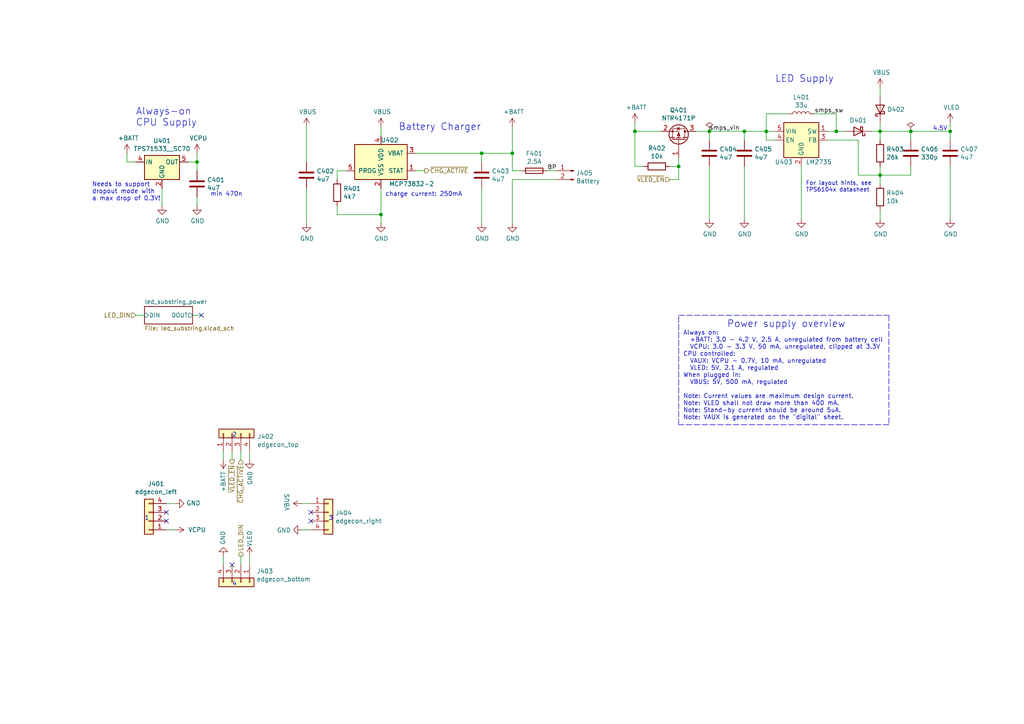
<source format=kicad_sch>
(kicad_sch (version 20211123) (generator eeschema)
  (paper "A4")
  (title_block (title "Leddie") (date "2021-03-06") (rev "01") (company "Markus Koch - notsyncing.net") (comment 1 "Licensed under CC BY-SA 3.0") (comment 2 "https://l.notsyncing.net/leddie") (comment 4 "Power supply and battery management"))
  (lib_symbols
    (symbol "Battery_Management:MCP73831-2-OT" (pin_names (offset 1.016))
      (property "Reference" "U" (at -7.62 6.35 0))
      (property "Value" "MCP73831-2-OT" (at 1.27 6.35 0))
      (symbol "MCP73831-2-OT_0_1"
        (rectangle (start -7.62 5.08) (end 7.62 -5.08) (stroke (width 0.254)) (fill (type background)))
      )
      (symbol "MCP73831-2-OT_1_1"
        (pin output line (at 10.16 -2.54 180) (length 2.54) (name "STAT") (number "1"))
        (pin power_in line (at 0 -7.62 90) (length 2.54) (name "VSS") (number "2"))
        (pin power_out line (at 10.16 2.54 180) (length 2.54) (name "VBAT") (number "3"))
        (pin power_in line (at 0 7.62 270) (length 2.54) (name "VDD") (number "4"))
        (pin input line (at -10.16 -2.54 0) (length 2.54) (name "PROG") (number "5"))
      )
    )
    (symbol "Connector:Conn_01x02_Male" (pin_names (offset 1.016) hide)
      (property "Reference" "J" (at 0 2.54 0))
      (property "Value" "Conn_01x02_Male" (at 0 -5.08 0))
      (symbol "Conn_01x02_Male_1_1"
        (polyline (pts (xy 1.27 -2.54) (xy 0.8636 -2.54)) (stroke (width 0.1524)))
        (polyline (pts (xy 1.27 0) (xy 0.8636 0)) (stroke (width 0.1524)))
        (rectangle (start 0.8636 -2.413) (end 0 -2.667) (stroke (width 0.1524)) (fill (type outline)))
        (rectangle (start 0.8636 0.127) (end 0 -0.127) (stroke (width 0.1524)) (fill (type outline)))
        (pin passive line (at 5.08 0 180) (length 3.81) (name "Pin_1") (number "1"))
        (pin passive line (at 5.08 -2.54 180) (length 3.81) (name "Pin_2") (number "2"))
      )
    )
    (symbol "Connector_Generic:Conn_01x04" (pin_names (offset 1.016) hide)
      (property "Reference" "J" (at 0 5.08 0))
      (property "Value" "Conn_01x04" (at 0 -7.62 0))
      (symbol "Conn_01x04_1_1"
        (rectangle (start -1.27 -4.953) (end 0 -5.207) (stroke (width 0.1524)))
        (rectangle (start -1.27 -2.413) (end 0 -2.667) (stroke (width 0.1524)))
        (rectangle (start -1.27 0.127) (end 0 -0.127) (stroke (width 0.1524)))
        (rectangle (start -1.27 2.667) (end 0 2.413) (stroke (width 0.1524)))
        (rectangle (start -1.27 3.81) (end 1.27 -6.35) (stroke (width 0.254)) (fill (type background)))
        (pin passive line (at -5.08 2.54 0) (length 3.81) (name "Pin_1") (number "1"))
        (pin passive line (at -5.08 0 0) (length 3.81) (name "Pin_2") (number "2"))
        (pin passive line (at -5.08 -2.54 0) (length 3.81) (name "Pin_3") (number "3"))
        (pin passive line (at -5.08 -5.08 0) (length 3.81) (name "Pin_4") (number "4"))
      )
    )
    (symbol "Device:C" (pin_numbers hide) (pin_names (offset 0.254))
      (property "Reference" "C" (at 0.635 2.54 0))
      (property "Value" "C" (at 0.635 -2.54 0))
      (symbol "C_0_1"
        (polyline (pts (xy -2.032 -0.762) (xy 2.032 -0.762)) (stroke (width 0.508)))
        (polyline (pts (xy -2.032 0.762) (xy 2.032 0.762)) (stroke (width 0.508)))
      )
      (symbol "C_1_1"
        (pin passive line (at 0 3.81 270) (length 2.794) (name "~") (number "1"))
        (pin passive line (at 0 -3.81 90) (length 2.794) (name "~") (number "2"))
      )
    )
    (symbol "Device:D_Schottky" (pin_numbers hide) (pin_names (offset 1.016) hide)
      (property "Reference" "D" (at 0 2.54 0))
      (property "Value" "D_Schottky" (at 0 -2.54 0))
      (symbol "D_Schottky_0_1"
        (polyline (pts (xy 1.27 0) (xy -1.27 0)))
        (polyline (pts (xy 1.27 1.27) (xy 1.27 -1.27) (xy -1.27 0) (xy 1.27 1.27)) (stroke (width 0.254)))
        (polyline (pts (xy -1.905 0.635) (xy -1.905 1.27) (xy -1.27 1.27) (xy -1.27 -1.27) (xy -0.635 -1.27) (xy -0.635 -0.635)) (stroke (width 0.254)))
      )
      (symbol "D_Schottky_1_1"
        (pin passive line (at -3.81 0 0) (length 2.54) (name "K") (number "1"))
        (pin passive line (at 3.81 0 180) (length 2.54) (name "A") (number "2"))
      )
    )
    (symbol "Device:Fuse" (pin_numbers hide) (pin_names (offset 0))
      (property "Reference" "F" (at 2.032 0 90))
      (property "Value" "Fuse" (at -1.905 0 90))
      (symbol "Fuse_0_1"
        (rectangle (start -0.762 -2.54) (end 0.762 2.54) (stroke (width 0.254)))
        (polyline (pts (xy 0 2.54) (xy 0 -2.54)))
      )
      (symbol "Fuse_1_1"
        (pin passive line (at 0 3.81 270) (length 1.27) (name "~") (number "1"))
        (pin passive line (at 0 -3.81 90) (length 1.27) (name "~") (number "2"))
      )
    )
    (symbol "Device:L" (pin_numbers hide) (pin_names (offset 1.016) hide)
      (property "Reference" "L" (at -1.27 0 90))
      (property "Value" "L" (at 1.905 0 90))
      (symbol "L_0_1"
        (arc (start 0 -2.54) (mid 0.635 -1.905) (end 0 -1.27))
        (arc (start 0 -1.27) (mid 0.635 -0.635) (end 0 0))
        (arc (start 0 0) (mid 0.635 0.635) (end 0 1.27))
        (arc (start 0 1.27) (mid 0.635 1.905) (end 0 2.54))
      )
      (symbol "L_1_1"
        (pin passive line (at 0 3.81 270) (length 1.27) (name "1") (number "1"))
        (pin passive line (at 0 -3.81 90) (length 1.27) (name "2") (number "2"))
      )
    )
    (symbol "Device:Q_PMOS_GSD" (pin_names (offset 0) hide)
      (property "Reference" "Q" (at 5.08 1.27 0))
      (property "Value" "Q_PMOS_GSD" (at 5.08 -1.27 0))
      (symbol "Q_PMOS_GSD_0_1"
        (polyline (pts (xy 0.254 0) (xy -2.54 0)))
        (polyline (pts (xy 0.254 1.905) (xy 0.254 -1.905)) (stroke (width 0.254)))
        (polyline (pts (xy 0.762 -1.27) (xy 0.762 -2.286)) (stroke (width 0.254)))
        (polyline (pts (xy 0.762 0.508) (xy 0.762 -0.508)) (stroke (width 0.254)))
        (polyline (pts (xy 0.762 2.286) (xy 0.762 1.27)) (stroke (width 0.254)))
        (polyline (pts (xy 2.54 2.54) (xy 2.54 1.778)))
        (polyline (pts (xy 2.54 -2.54) (xy 2.54 0) (xy 0.762 0)))
        (polyline (pts (xy 0.762 1.778) (xy 3.302 1.778) (xy 3.302 -1.778) (xy 0.762 -1.778)))
        (polyline (pts (xy 2.286 0) (xy 1.27 0.381) (xy 1.27 -0.381) (xy 2.286 0)) (fill (type outline)))
        (polyline (pts (xy 2.794 -0.508) (xy 2.921 -0.381) (xy 3.683 -0.381) (xy 3.81 -0.254)))
        (polyline (pts (xy 3.302 -0.381) (xy 2.921 0.254) (xy 3.683 0.254) (xy 3.302 -0.381)))
        (circle (center 1.651 0) (radius 2.794) (stroke (width 0.254)))
        (circle (center 2.54 -1.778) (radius 0.254) (fill (type outline)))
        (circle (center 2.54 1.778) (radius 0.254) (fill (type outline)))
      )
      (symbol "Q_PMOS_GSD_1_1"
        (pin input line (at -5.08 0 0) (length 2.54) (name "G") (number "1"))
        (pin passive line (at 2.54 -5.08 90) (length 2.54) (name "S") (number "2"))
        (pin passive line (at 2.54 5.08 270) (length 2.54) (name "D") (number "3"))
      )
    )
    (symbol "Device:R" (pin_numbers hide) (pin_names (offset 0))
      (property "Reference" "R" (at 2.032 0 90))
      (property "Value" "R" (at 0 0 90))
      (symbol "R_0_1"
        (rectangle (start -1.016 -2.54) (end 1.016 2.54) (stroke (width 0.254)))
      )
      (symbol "R_1_1"
        (pin passive line (at 0 3.81 270) (length 1.27) (name "~") (number "1"))
        (pin passive line (at 0 -3.81 90) (length 1.27) (name "~") (number "2"))
      )
    )
    (symbol "Regulator_Linear:TPS71533__SC70" (pin_names (offset 0.254))
      (property "Reference" "U" (at -3.81 3.175 0))
      (property "Value" "TPS71533__SC70" (at 0 3.175 0))
      (symbol "TPS71533__SC70_0_1"
        (rectangle (start -5.08 1.905) (end 5.08 -5.08) (stroke (width 0.254)) (fill (type background)))
      )
      (symbol "TPS71533__SC70_1_1"
        (pin no_connect line (at 7.62 -2.54 180) (length 2.54) hide (name "NC") (number "1"))
        (pin power_in line (at 0 -7.62 90) (length 2.54) (name "GND") (number "2"))
        (pin no_connect line (at -7.62 -2.54 0) (length 2.54) hide (name "NC") (number "3"))
        (pin power_in line (at -7.62 0 0) (length 2.54) (name "IN") (number "4"))
        (pin power_out line (at 7.62 0 180) (length 2.54) (name "OUT") (number "5"))
      )
    )
    (symbol "Regulator_Switching:TPS61040DBV"
      (property "Reference" "U" (at -5.08 6.35 0))
      (property "Value" "TPS61040DBV" (at 0 6.35 0))
      (symbol "TPS61040DBV_0_1"
        (rectangle (start -5.08 5.08) (end 5.08 -5.08) (stroke (width 0.254)) (fill (type background)))
      )
      (symbol "TPS61040DBV_1_1"
        (pin power_out line (at 7.62 2.54 180) (length 2.54) (name "SW") (number "1"))
        (pin power_in line (at 0 -7.62 90) (length 2.54) (name "GND") (number "2"))
        (pin input line (at 7.62 0 180) (length 2.54) (name "FB") (number "3"))
        (pin input line (at -7.62 0 0) (length 2.54) (name "EN") (number "4"))
        (pin power_in line (at -7.62 2.54 0) (length 2.54) (name "VIN") (number "5"))
      )
    )
    (symbol "leddie_parts:VCPU" (power) (pin_names (offset 0))
      (property "Value" "VCPU" (at 0 3.81 0))
      (symbol "VCPU_0_1"
        (polyline (pts (xy -0.762 1.27) (xy 0 2.54)))
        (polyline (pts (xy 0 0) (xy 0 2.54)))
        (polyline (pts (xy 0 2.54) (xy 0.762 1.27)))
      )
      (symbol "VCPU_1_1"
        (pin power_in line (at 0 0 90) (length 0) hide (name "VCPU") (number "1"))
      )
    )
    (symbol "leddie_parts:VLED" (power) (pin_names (offset 0))
      (property "Value" "VLED" (at 0 3.81 0))
      (symbol "VLED_0_1"
        (polyline (pts (xy -0.762 1.27) (xy 0 2.54)))
        (polyline (pts (xy 0 0) (xy 0 2.54)))
        (polyline (pts (xy 0 2.54) (xy 0.762 1.27)))
      )
      (symbol "VLED_1_1"
        (pin power_in line (at 0 0 90) (length 0) hide (name "VLED") (number "1"))
      )
    )
    (symbol "power:+BATT" (power) (pin_names (offset 0))
      (property "Value" "+BATT" (at 0 3.556 0))
      (symbol "+BATT_0_1"
        (polyline (pts (xy -0.762 1.27) (xy 0 2.54)))
        (polyline (pts (xy 0 0) (xy 0 2.54)))
        (polyline (pts (xy 0 2.54) (xy 0.762 1.27)))
      )
      (symbol "+BATT_1_1"
        (pin power_in line (at 0 0 90) (length 0) hide (name "+BATT") (number "1"))
      )
    )
    (symbol "power:GND" (power) (pin_names (offset 0))
      (property "Value" "GND" (at 0 -3.81 0))
      (symbol "GND_0_1"
        (polyline (pts (xy 0 0) (xy 0 -1.27) (xy 1.27 -1.27) (xy 0 -2.54) (xy -1.27 -1.27) (xy 0 -1.27)))
      )
      (symbol "GND_1_1"
        (pin power_in line (at 0 0 270) (length 0) hide (name "GND") (number "1"))
      )
    )
    (symbol "power:PWR_FLAG" (power) (pin_numbers hide) (pin_names (offset 0) hide)
      (property "Value" "PWR_FLAG" (at 0 3.81 0))
      (symbol "PWR_FLAG_0_0"
        (pin power_out line (at 0 0 90) (length 0) (name "pwr") (number "1"))
      )
      (symbol "PWR_FLAG_0_1"
        (polyline (pts (xy 0 0) (xy 0 1.27) (xy -1.016 1.905) (xy 0 2.54) (xy 1.016 1.905) (xy 0 1.27)))
      )
    )
    (symbol "power:VBUS" (power) (pin_names (offset 0))
      (property "Value" "VBUS" (at 0 3.81 0))
      (symbol "VBUS_0_1"
        (polyline (pts (xy -0.762 1.27) (xy 0 2.54)))
        (polyline (pts (xy 0 0) (xy 0 2.54)))
        (polyline (pts (xy 0 2.54) (xy 0.762 1.27)))
      )
      (symbol "VBUS_1_1"
        (pin power_in line (at 0 0 90) (length 0) hide (name "VBUS") (number "1"))
      )
    )
  )
  (junction (at 255.27 50.8))
  (junction (at 57.15 46.99))
  (junction (at 110.49 62.23))
  (junction (at 139.7 44.45))
  (junction (at 184.15 38.1))
  (junction (at 205.74 38.1))
  (junction (at 196.85 48.26))
  (junction (at 148.59 44.45))
  (junction (at 222.25 38.1))
  (junction (at 275.59 38.1))
  (junction (at 264.16 38.1))
  (junction (at 215.9 38.1))
  (junction (at 242.57 38.1))
  (junction (at 255.27 38.1))
  (no_connect (at 48.26 151.13))
  (no_connect (at 90.17 148.59))
  (no_connect (at 58.42 91.44))
  (no_connect (at 67.31 163.83))
  (no_connect (at 48.26 148.59))
  (no_connect (at 90.17 151.13))
  (wire (pts (xy 194.31 48.26) (xy 196.85 48.26)))
  (wire (pts (xy 120.65 44.45) (xy 139.7 44.45)))
  (wire (pts (xy 222.25 40.64) (xy 224.79 40.64)))
  (wire (pts (xy 39.37 91.44) (xy 41.91 91.44)))
  (wire (pts (xy 64.77 133.35) (xy 64.77 130.81)))
  (polyline (pts (xy 196.85 91.44) (xy 257.81 91.44)))
  (wire (pts (xy 255.27 60.96) (xy 255.27 63.5)))
  (wire (pts (xy 275.59 40.64) (xy 275.59 38.1)))
  (wire (pts (xy 215.9 48.26) (xy 215.9 63.5)))
  (wire (pts (xy 222.25 33.02) (xy 228.6 33.02)))
  (wire (pts (xy 196.85 48.26) (xy 196.85 52.07)))
  (wire (pts (xy 255.27 27.94) (xy 255.27 25.4)))
  (polyline (pts (xy 257.81 91.44) (xy 257.81 123.19)))
  (wire (pts (xy 255.27 38.1) (xy 255.27 40.64)))
  (wire (pts (xy 255.27 35.56) (xy 255.27 38.1)))
  (wire (pts (xy 54.61 46.99) (xy 57.15 46.99)))
  (wire (pts (xy 222.25 38.1) (xy 222.25 33.02)))
  (polyline (pts (xy 257.81 123.19) (xy 196.85 123.19)))
  (wire (pts (xy 64.77 163.83) (xy 64.77 161.29)))
  (wire (pts (xy 201.93 38.1) (xy 205.74 38.1)))
  (wire (pts (xy 264.16 48.26) (xy 264.16 50.8)))
  (wire (pts (xy 245.11 38.1) (xy 242.57 38.1)))
  (wire (pts (xy 87.63 146.05) (xy 90.17 146.05)))
  (wire (pts (xy 151.13 49.53) (xy 148.59 49.53)))
  (wire (pts (xy 224.79 38.1) (xy 222.25 38.1)))
  (wire (pts (xy 191.77 38.1) (xy 184.15 38.1)))
  (wire (pts (xy 88.9 54.61) (xy 88.9 64.77)))
  (wire (pts (xy 248.92 50.8) (xy 248.92 40.64)))
  (wire (pts (xy 196.85 45.72) (xy 196.85 48.26)))
  (wire (pts (xy 46.99 54.61) (xy 46.99 59.69)))
  (wire (pts (xy 236.22 33.02) (xy 242.57 33.02)))
  (wire (pts (xy 69.85 161.29) (xy 69.85 163.83)))
  (wire (pts (xy 148.59 36.83) (xy 148.59 44.45)))
  (wire (pts (xy 255.27 50.8) (xy 255.27 48.26)))
  (wire (pts (xy 184.15 48.26) (xy 184.15 38.1)))
  (wire (pts (xy 161.29 49.53) (xy 158.75 49.53)))
  (wire (pts (xy 264.16 38.1) (xy 255.27 38.1)))
  (wire (pts (xy 50.8 146.05) (xy 48.26 146.05)))
  (wire (pts (xy 36.83 46.99) (xy 36.83 44.45)))
  (wire (pts (xy 72.39 130.81) (xy 72.39 133.35)))
  (wire (pts (xy 255.27 50.8) (xy 248.92 50.8)))
  (wire (pts (xy 215.9 40.64) (xy 215.9 38.1)))
  (wire (pts (xy 148.59 44.45) (xy 148.59 49.53)))
  (wire (pts (xy 110.49 62.23) (xy 97.79 62.23)))
  (wire (pts (xy 87.63 153.67) (xy 90.17 153.67)))
  (wire (pts (xy 252.73 38.1) (xy 255.27 38.1)))
  (wire (pts (xy 110.49 54.61) (xy 110.49 62.23)))
  (wire (pts (xy 97.79 52.07) (xy 97.79 49.53)))
  (wire (pts (xy 275.59 48.26) (xy 275.59 63.5)))
  (wire (pts (xy 222.25 40.64) (xy 222.25 38.1)))
  (wire (pts (xy 205.74 48.26) (xy 205.74 63.5)))
  (wire (pts (xy 205.74 38.1) (xy 215.9 38.1)))
  (wire (pts (xy 139.7 44.45) (xy 139.7 46.99)))
  (wire (pts (xy 97.79 49.53) (xy 100.33 49.53)))
  (wire (pts (xy 275.59 38.1) (xy 264.16 38.1)))
  (wire (pts (xy 110.49 39.37) (xy 110.49 36.83)))
  (wire (pts (xy 148.59 52.07) (xy 148.59 64.77)))
  (wire (pts (xy 255.27 53.34) (xy 255.27 50.8)))
  (wire (pts (xy 88.9 36.83) (xy 88.9 46.99)))
  (wire (pts (xy 57.15 57.15) (xy 57.15 59.69)))
  (wire (pts (xy 242.57 33.02) (xy 242.57 38.1)))
  (wire (pts (xy 39.37 46.99) (xy 36.83 46.99)))
  (wire (pts (xy 123.19 49.53) (xy 120.65 49.53)))
  (wire (pts (xy 69.85 133.35) (xy 69.85 130.81)))
  (wire (pts (xy 242.57 38.1) (xy 240.03 38.1)))
  (polyline (pts (xy 196.85 123.19) (xy 196.85 91.44)))
  (wire (pts (xy 57.15 49.53) (xy 57.15 46.99)))
  (wire (pts (xy 110.49 64.77) (xy 110.49 62.23)))
  (wire (pts (xy 215.9 38.1) (xy 222.25 38.1)))
  (wire (pts (xy 264.16 50.8) (xy 255.27 50.8)))
  (wire (pts (xy 184.15 38.1) (xy 184.15 35.56)))
  (wire (pts (xy 148.59 52.07) (xy 161.29 52.07)))
  (wire (pts (xy 50.8 153.67) (xy 48.26 153.67)))
  (wire (pts (xy 196.85 52.07) (xy 194.31 52.07)))
  (wire (pts (xy 67.31 133.35) (xy 67.31 130.81)))
  (wire (pts (xy 275.59 35.56) (xy 275.59 38.1)))
  (wire (pts (xy 57.15 46.99) (xy 57.15 44.45)))
  (wire (pts (xy 58.42 91.44) (xy 55.88 91.44)))
  (wire (pts (xy 139.7 54.61) (xy 139.7 64.77)))
  (wire (pts (xy 97.79 62.23) (xy 97.79 59.69)))
  (wire (pts (xy 205.74 40.64) (xy 205.74 38.1)))
  (wire (pts (xy 248.92 40.64) (xy 240.03 40.64)))
  (wire (pts (xy 72.39 161.29) (xy 72.39 163.83)))
  (wire (pts (xy 186.69 48.26) (xy 184.15 48.26)))
  (wire (pts (xy 264.16 40.64) (xy 264.16 38.1)))
  (wire (pts (xy 139.7 44.45) (xy 148.59 44.45)))
  (wire (pts (xy 232.41 63.5) (xy 232.41 48.26)))
  (text "Always on:\n  +BATT: 3.0 - 4.2 V, 2.5 A, unregulated from battery cell\n  VCPU: 3.0 - 3.3 V, 50 mA, unregulated, clipped at 3.3V\nCPU controlled:\n  VAUX: VCPU - 0.7V, 10 mA, unregulated\n  VLED: 5V, 2.1 A, regulated\nWhen plugged in:\n  VBUS: 5V, 500 mA, regulated\n\nNote: Current values are maximum design current.\nNote: VLED shall not draw more than 400 mA.\nNote: Stand-by current should be around 5uA.\nNote: VAUX is generated on the \"digital\" sheet." (at 198.12 121.92 0) (effects (font (size 1.27 1.27)) (justify left bottom)))
  (text "Needs to support\ndropout mode with\na max drop of 0.3V!" (at 26.67 58.42 0) (effects (font (size 1.27 1.27)) (justify left bottom)))
  (text "Battery Charger" (at 115.57 38.1 0) (effects (font (size 2.0066 2.0066)) (justify left bottom)))
  (text "min 470n" (at 60.96 57.15 0) (effects (font (size 1.27 1.27)) (justify left bottom)))
  (text "charge current: 250mA" (at 111.76 57.15 0) (effects (font (size 1.27 1.27)) (justify left bottom)))
  (text "3" (at 95.25 151.13 0) (effects (font (size 1.27 1.27)) (justify left bottom)))
  (text "4" (at 67.31 170.18 0) (effects (font (size 1.27 1.27)) (justify left bottom)))
  (text "LED Supply" (at 224.79 24.13 0) (effects (font (size 2.0066 2.0066)) (justify left bottom)))
  (text "Always-on\nCPU Supply" (at 39.37 36.83 0) (effects (font (size 2.0066 2.0066)) (justify left bottom)))
  (text "For layout hints, see\nTPS6104x datasheet" (at 233.68 55.88 0) (effects (font (size 1.1938 1.1938)) (justify left bottom)))
  (text "4.5V" (at 270.51 38.1 0) (effects (font (size 1.27 1.27)) (justify left bottom)))
  (text "2" (at 67.31 127 0) (effects (font (size 1.27 1.27)) (justify left bottom)))
  (text "Power supply overview" (at 210.82 95.25 0) (effects (font (size 2.0066 2.0066)) (justify left bottom)))
  (text "1" (at 41.91 151.13 0) (effects (font (size 1.27 1.27)) (justify left bottom)))
  (label "BP" (at 158.75 49.53 0))
  (label "smps_vin" (at 205.74 38.1 0))
  (label "smps_sw" (at 236.22 33.02 0))
  (hierarchical_label "~{CHG_ACTIVE}" (shape output) (at 123.19 49.53 0))
  (hierarchical_label "LED_DIN" (shape output) (at 69.85 161.29 90))
  (hierarchical_label "LED_DIN" (shape input) (at 39.37 91.44 180))
  (hierarchical_label "~{VLED_EN}" (shape output) (at 67.31 133.35 270))
  (hierarchical_label "~{VLED_EN}" (shape input) (at 194.31 52.07 180))
  (hierarchical_label "~{CHG_ACTIVE}" (shape input) (at 69.85 133.35 270))
  (symbol (lib_id "Battery_Management:MCP73831-2-OT") (at 110.49 46.99 0) (unit 1)
    (property "Reference" "U402" (at 113.03 40.64 0))
    (property "Value" "MCP73832-2" (at 119.38 53.34 0))
    (property "Footprint" "Package_TO_SOT_SMD:SOT-23-5" (effects hide))
    (property "Datasheet" "http://ww1.microchip.com/downloads/en/DeviceDoc/20001984g.pdf" (effects hide))
  )
  (symbol (lib_id "Connector:Conn_01x02_Male") (at 166.37 49.53 0) (mirror y) (unit 1)
    (property "Reference" "J405" (at 167.0812 50.1904 0) (effects (justify right)))
    (property "Value" "Battery" (at 167.0812 52.5018 0) (effects (justify right)))
    (property "Footprint" "leddie_parts:battery_connector" (effects hide))
  )
  (symbol (lib_id "Device:C") (at 139.7 50.8 0) (unit 1)
    (property "Reference" "C403" (at 142.621 49.6316 0) (effects (justify left)))
    (property "Value" "4u7" (at 142.621 51.943 0) (effects (justify left)))
    (property "Footprint" "Capacitor_SMD:C_0805_2012Metric" (effects hide))
  )
  (symbol (lib_id "Device:R") (at 97.79 55.88 0) (unit 1)
    (property "Reference" "R401" (at 99.568 54.7116 0) (effects (justify left)))
    (property "Value" "4k7" (at 99.568 57.023 0) (effects (justify left)))
    (property "Footprint" "Resistor_SMD:R_0603_1608Metric" (effects hide))
  )
  (symbol (lib_id "power:GND") (at 110.49 64.77 0) (unit 1)
    (property "Reference" "#PWR0416" (effects hide))
    (property "Value" "GND" (at 110.617 69.1642 0))
  )
  (symbol (lib_id "power:VBUS") (at 110.49 36.83 0) (unit 1)
    (property "Reference" "#PWR0415" (effects hide))
    (property "Value" "VBUS" (at 110.871 32.4358 0))
  )
  (symbol (lib_id "power:GND") (at 139.7 64.77 0) (unit 1)
    (property "Reference" "#PWR0417" (effects hide))
    (property "Value" "GND" (at 139.827 69.1642 0))
  )
  (symbol (lib_id "power:GND") (at 148.59 64.77 0) (unit 1)
    (property "Reference" "#PWR0419" (effects hide))
    (property "Value" "GND" (at 148.717 69.1642 0))
  )
  (symbol (lib_id "power:+BATT") (at 148.59 36.83 0) (unit 1)
    (property "Reference" "#PWR0418" (effects hide))
    (property "Value" "+BATT" (at 148.971 32.4358 0))
  )
  (symbol (lib_id "Device:C") (at 88.9 50.8 0) (unit 1)
    (property "Reference" "C402" (at 91.821 49.6316 0) (effects (justify left)))
    (property "Value" "4u7" (at 91.821 51.943 0) (effects (justify left)))
    (property "Footprint" "Capacitor_SMD:C_0805_2012Metric" (effects hide))
  )
  (symbol (lib_id "power:GND") (at 88.9 64.77 0) (unit 1)
    (property "Reference" "#PWR0414" (effects hide))
    (property "Value" "GND" (at 89.027 69.1642 0))
  )
  (symbol (lib_id "power:VBUS") (at 88.9 36.83 0) (unit 1)
    (property "Reference" "#PWR0413" (effects hide))
    (property "Value" "VBUS" (at 89.281 32.4358 0))
  )
  (symbol (lib_id "Device:Fuse") (at 154.94 49.53 270) (unit 1)
    (property "Reference" "F401" (at 154.94 44.5262 90))
    (property "Value" "2.5A" (at 154.94 46.8376 90))
    (property "Footprint" "Fuse:Fuse_0603_1608Metric" (effects hide))
  )
  (symbol (lib_id "Regulator_Switching:TPS61040DBV") (at 232.41 40.64 0) (unit 1)
    (property "Reference" "U403" (at 227.33 46.99 0))
    (property "Value" "LM2735" (at 237.49 46.99 0))
    (property "Footprint" "Package_TO_SOT_SMD:SOT-23-5" (effects hide))
    (property "Datasheet" "https://www.ti.com/lit/ds/symlink/lm2735.pdf" (effects hide))
  )
  (symbol (lib_id "Device:L") (at 232.41 33.02 90) (unit 1)
    (property "Reference" "L401" (at 232.41 28.194 90))
    (property "Value" "33u" (at 232.41 30.5054 90))
    (property "Footprint" "Inductor_SMD:L_Coilcraft_LPS5030" (effects hide))
  )
  (symbol (lib_id "Device:D_Schottky") (at 248.92 38.1 180) (unit 1)
    (property "Reference" "D401" (at 248.92 34.925 0))
    (property "Value" "D_Schottky" (effects hide))
    (property "Footprint" "Diode_SMD:D_SMA" (effects hide))
  )
  (symbol (lib_id "Device:R") (at 255.27 44.45 0) (unit 1)
    (property "Reference" "R403" (at 257.048 43.2816 0) (effects (justify left)))
    (property "Value" "26k" (at 257.048 45.593 0) (effects (justify left)))
    (property "Footprint" "Resistor_SMD:R_0603_1608Metric" (effects hide))
  )
  (symbol (lib_id "Device:R") (at 255.27 57.15 0) (unit 1)
    (property "Reference" "R404" (at 257.048 55.9816 0) (effects (justify left)))
    (property "Value" "10k" (at 257.048 58.293 0) (effects (justify left)))
    (property "Footprint" "Resistor_SMD:R_0603_1608Metric" (effects hide))
  )
  (symbol (lib_id "power:GND") (at 255.27 63.5 0) (unit 1)
    (property "Reference" "#PWR0425" (effects hide))
    (property "Value" "GND" (at 255.397 67.8942 0))
  )
  (symbol (lib_id "Device:C") (at 264.16 44.45 0) (unit 1)
    (property "Reference" "C406" (at 267.081 43.2816 0) (effects (justify left)))
    (property "Value" "330p" (at 267.081 45.593 0) (effects (justify left)))
    (property "Footprint" "Capacitor_SMD:C_0603_1608Metric" (effects hide))
  )
  (symbol (lib_id "Device:C") (at 275.59 44.45 0) (unit 1)
    (property "Reference" "C407" (at 278.511 43.2816 0) (effects (justify left)))
    (property "Value" "4u7" (at 278.511 45.593 0) (effects (justify left)))
    (property "Footprint" "Capacitor_SMD:C_0805_2012Metric" (effects hide))
  )
  (symbol (lib_id "power:GND") (at 275.59 63.5 0) (unit 1)
    (property "Reference" "#PWR0427" (effects hide))
    (property "Value" "GND" (at 275.717 67.8942 0))
  )
  (symbol (lib_id "power:GND") (at 232.41 63.5 0) (unit 1)
    (property "Reference" "#PWR0423" (effects hide))
    (property "Value" "GND" (at 232.537 67.8942 0))
  )
  (symbol (lib_id "Device:C") (at 215.9 44.45 0) (unit 1)
    (property "Reference" "C405" (at 218.821 43.2816 0) (effects (justify left)))
    (property "Value" "4u7" (at 218.821 45.593 0) (effects (justify left)))
    (property "Footprint" "Capacitor_SMD:C_0805_2012Metric" (effects hide))
  )
  (symbol (lib_id "power:GND") (at 215.9 63.5 0) (unit 1)
    (property "Reference" "#PWR0422" (effects hide))
    (property "Value" "GND" (at 216.027 67.8942 0))
  )
  (symbol (lib_id "power:+BATT") (at 184.15 35.56 0) (unit 1)
    (property "Reference" "#PWR0420" (effects hide))
    (property "Value" "+BATT" (at 184.531 31.1658 0))
  )
  (symbol (lib_id "Device:R") (at 190.5 48.26 270) (unit 1)
    (property "Reference" "R402" (at 190.5 43.0022 90))
    (property "Value" "10k" (at 190.5 45.3136 90))
    (property "Footprint" "Resistor_SMD:R_0603_1608Metric" (effects hide))
  )
  (symbol (lib_id "Device:Q_PMOS_GSD") (at 196.85 40.64 270) (mirror x) (unit 1)
    (property "Reference" "Q401" (at 196.85 31.9532 90))
    (property "Value" "NTR4171P" (at 196.85 34.2646 90))
    (property "Footprint" "Package_TO_SOT_SMD:SOT-23" (effects hide))
  )
  (symbol (lib_id "Device:D_Schottky") (at 255.27 31.75 90) (unit 1)
    (property "Reference" "D402" (at 257.302 31.75 90) (effects (justify right)))
    (property "Value" "D_Schottky" (effects hide))
    (property "Footprint" "Diode_SMD:D_SMA" (effects hide))
  )
  (symbol (lib_id "power:VBUS") (at 255.27 25.4 0) (unit 1)
    (property "Reference" "#PWR0424" (effects hide))
    (property "Value" "VBUS" (at 255.651 21.0058 0))
  )
  (symbol (lib_id "leddie_parts:VLED") (at 275.59 35.56 0) (unit 1)
    (property "Reference" "#PWR0426" (effects hide))
    (property "Value" "VLED" (at 275.971 31.1658 0))
  )
  (symbol (lib_id "Regulator_Linear:TPS71533__SC70") (at 46.99 46.99 0) (unit 1)
    (property "Reference" "U401" (at 46.99 40.8432 0))
    (property "Value" "TPS71533__SC70" (at 46.99 43.1546 0))
    (property "Footprint" "Package_TO_SOT_SMD:SOT-353_SC-70-5" (effects hide))
    (property "Datasheet" "http://www.ti.com/lit/ds/symlink/tps715.pdf" (effects hide))
  )
  (symbol (lib_id "power:GND") (at 46.99 59.69 0) (unit 1)
    (property "Reference" "#PWR0402" (effects hide))
    (property "Value" "GND" (at 47.117 64.0842 0))
  )
  (symbol (lib_id "power:+BATT") (at 36.83 44.45 0) (unit 1)
    (property "Reference" "#PWR0401" (effects hide))
    (property "Value" "+BATT" (at 37.211 40.0558 0))
  )
  (symbol (lib_id "leddie_parts:VCPU") (at 57.15 44.45 0) (unit 1)
    (property "Reference" "#PWR0405" (effects hide))
    (property "Value" "VCPU" (at 57.531 40.0558 0))
  )
  (symbol (lib_id "Device:C") (at 57.15 53.34 0) (unit 1)
    (property "Reference" "C401" (at 60.071 52.1716 0) (effects (justify left)))
    (property "Value" "4u7" (at 60.071 54.483 0) (effects (justify left)))
    (property "Footprint" "Capacitor_SMD:C_0805_2012Metric" (effects hide))
  )
  (symbol (lib_id "power:GND") (at 57.15 59.69 0) (unit 1)
    (property "Reference" "#PWR0406" (effects hide))
    (property "Value" "GND" (at 57.277 64.0842 0))
  )
  (symbol (lib_id "power:PWR_FLAG") (at 205.74 38.1 0) (unit 1)
    (property "Reference" "#FLG0401" (effects hide))
    (property "Value" "PWR_FLAG" (effects hide))
  )
  (symbol (lib_id "power:PWR_FLAG") (at 264.16 38.1 0) (unit 1)
    (property "Reference" "#FLG0402" (effects hide))
    (property "Value" "PWR_FLAG" (effects hide))
  )
  (symbol (lib_id "Connector_Generic:Conn_01x04") (at 95.25 148.59 0) (unit 1)
    (property "Reference" "J404" (at 97.282 148.7932 0) (effects (justify left)))
    (property "Value" "edgecon_right" (at 97.282 151.1046 0) (effects (justify left)))
    (property "Footprint" "leddie_parts:leddie_edgecon_lim" (effects hide))
  )
  (symbol (lib_id "Connector_Generic:Conn_01x04") (at 67.31 125.73 90) (unit 1)
    (property "Reference" "J402" (at 74.6252 126.6444 90) (effects (justify right)))
    (property "Value" "edgecon_top" (at 74.6252 128.9558 90) (effects (justify right)))
    (property "Footprint" "leddie_parts:leddie_edgecon" (effects hide))
  )
  (symbol (lib_id "Connector_Generic:Conn_01x04") (at 43.18 151.13 180) (unit 1)
    (property "Reference" "J401" (at 45.2628 140.335 0))
    (property "Value" "edgecon_left" (at 45.2628 142.6464 0))
    (property "Footprint" "leddie_parts:leddie_edgecon_lim" (effects hide))
  )
  (symbol (lib_id "Connector_Generic:Conn_01x04") (at 69.85 168.91 270) (unit 1)
    (property "Reference" "J403" (at 74.422 165.6588 90) (effects (justify left)))
    (property "Value" "edgecon_bottom" (at 74.422 167.9702 90) (effects (justify left)))
    (property "Footprint" "leddie_parts:leddie_edgecon" (effects hide))
  )
  (symbol (lib_id "power:GND") (at 50.8 146.05 90) (unit 1)
    (property "Reference" "#PWR0403" (effects hide))
    (property "Value" "GND" (at 54.0512 145.923 90) (effects (justify right)))
  )
  (symbol (lib_id "power:+BATT") (at 64.77 133.35 0) (mirror x) (unit 1)
    (property "Reference" "#PWR0407" (effects hide))
    (property "Value" "+BATT" (at 64.77 139.7 90))
  )
  (symbol (lib_id "leddie_parts:VLED") (at 72.39 161.29 0) (mirror y) (unit 1)
    (property "Reference" "#PWR0410" (effects hide))
    (property "Value" "VLED" (at 72.39 156.21 90))
  )
  (symbol (lib_id "leddie_parts:VCPU") (at 50.8 153.67 270) (unit 1)
    (property "Reference" "#PWR0404" (effects hide))
    (property "Value" "VCPU" (at 57.15 153.67 90))
  )
  (symbol (lib_id "Device:C") (at 205.74 44.45 0) (unit 1)
    (property "Reference" "C404" (at 208.661 43.2816 0) (effects (justify left)))
    (property "Value" "4u7" (at 208.661 45.593 0) (effects (justify left)))
    (property "Footprint" "Capacitor_SMD:C_0805_2012Metric" (effects hide))
  )
  (symbol (lib_id "power:GND") (at 205.74 63.5 0) (unit 1)
    (property "Reference" "#PWR0421" (effects hide))
    (property "Value" "GND" (at 205.867 67.8942 0))
  )
  (symbol (lib_id "power:GND") (at 72.39 133.35 0) (unit 1)
    (property "Reference" "#PWR0409" (effects hide))
    (property "Value" "GND" (at 72.517 136.6012 90) (effects (justify right)))
  )
  (symbol (lib_id "power:GND") (at 64.77 161.29 180) (unit 1)
    (property "Reference" "#PWR0408" (effects hide))
    (property "Value" "GND" (at 64.643 158.0388 90) (effects (justify right)))
  )
  (symbol (lib_id "power:GND") (at 87.63 153.67 270) (unit 1)
    (property "Reference" "#PWR0412" (effects hide))
    (property "Value" "GND" (at 84.3788 153.797 90) (effects (justify right)))
  )
  (symbol (lib_id "power:VBUS") (at 87.63 146.05 90) (unit 1)
    (property "Reference" "#PWR0411" (effects hide))
    (property "Value" "VBUS" (at 83.2358 145.669 0))
  )
  (sheet (at 41.91 88.9) (size 13.97 5.08)
    (property "Sheet name" "led_substring_power" (at 41.91 88.2265 0) (effects (font (size 1.1938 1.1938)) (justify left bottom)))
    (property "Sheet file" "led_substring.kicad_sch" (at 41.91 94.5341 0) (effects (font (size 1.1938 1.1938)) (justify left top)))
    (pin "DOUT" output (at 55.88 91.44 0) (effects (font (size 1.1938 1.1938))))
    (pin "DIN" input (at 41.91 91.44 180) (effects (font (size 1.1938 1.1938))))
  )
)
</source>
